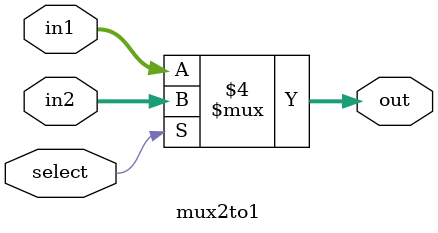
<source format=v>
module mux2to1(in1, in2, select, out);
    input [15:0] in1, in2;
    input select;
    output reg [15:0] out;
    always @ (*) begin
		if(select == 0)
			out = in1;
		else
			out = in2;
	 end
endmodule
</source>
